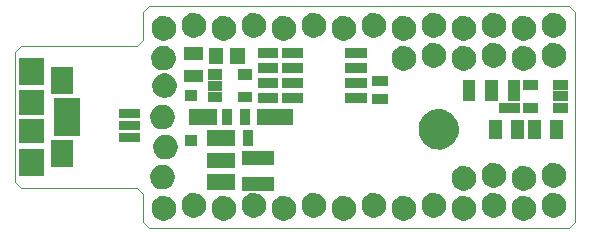
<source format=gbs>
G04 (created by PCBNEW (2013-07-14 BZR 4242)-stable) date Thu 29 Aug 2013 05:54:54 PM CEST*
%MOIN*%
G04 Gerber Fmt 3.4, Leading zero omitted, Abs format*
%FSLAX34Y34*%
G01*
G70*
G90*
G04 APERTURE LIST*
%ADD10C,0.005906*%
%ADD11C,0.003900*%
%ADD12C,0.003921*%
G04 APERTURE END LIST*
G54D10*
G54D11*
X15300Y-17430D02*
X15300Y-16500D01*
X15300Y-22574D02*
X15300Y-23500D01*
X29500Y-23700D02*
X15500Y-23700D01*
X29700Y-16500D02*
X29700Y-23500D01*
X15500Y-16300D02*
X29500Y-16300D01*
X11223Y-17630D02*
X15100Y-17630D01*
X11223Y-22374D02*
X15100Y-22374D01*
X11023Y-17830D02*
X11023Y-22174D01*
G54D12*
X11223Y-22374D02*
X11023Y-22174D01*
X15300Y-22574D02*
X15100Y-22374D01*
X15500Y-23700D02*
X15300Y-23500D01*
X29700Y-23500D02*
X29500Y-23700D01*
X29500Y-16300D02*
X29700Y-16500D01*
X15300Y-16500D02*
X15500Y-16300D01*
X15100Y-17630D02*
X15300Y-17430D01*
G54D11*
X11223Y-17630D02*
X11023Y-17830D01*
G54D10*
G36*
X12008Y-18937D02*
X11180Y-18937D01*
X11180Y-18030D01*
X12008Y-18030D01*
X12008Y-18937D01*
X12008Y-18937D01*
G37*
G36*
X12008Y-19941D02*
X11180Y-19941D01*
X11180Y-19114D01*
X12008Y-19114D01*
X12008Y-19941D01*
X12008Y-19941D01*
G37*
G36*
X12008Y-20885D02*
X11180Y-20885D01*
X11180Y-20058D01*
X12008Y-20058D01*
X12008Y-20885D01*
X12008Y-20885D01*
G37*
G36*
X12008Y-21969D02*
X11180Y-21969D01*
X11180Y-21062D01*
X12008Y-21062D01*
X12008Y-21969D01*
X12008Y-21969D01*
G37*
G36*
X12953Y-19233D02*
X12243Y-19233D01*
X12243Y-18326D01*
X12953Y-18326D01*
X12953Y-19233D01*
X12953Y-19233D01*
G37*
G36*
X12953Y-21673D02*
X12243Y-21673D01*
X12243Y-20766D01*
X12953Y-20766D01*
X12953Y-21673D01*
X12953Y-21673D01*
G37*
G36*
X13188Y-20629D02*
X12322Y-20629D01*
X12322Y-20396D01*
X12322Y-20388D01*
X12322Y-20377D01*
X12322Y-20369D01*
X12322Y-20141D01*
X12322Y-20133D01*
X12322Y-20121D01*
X12322Y-20113D01*
X12322Y-19886D01*
X12322Y-19878D01*
X12322Y-19866D01*
X12322Y-19858D01*
X12322Y-19630D01*
X12322Y-19622D01*
X12322Y-19611D01*
X12322Y-19603D01*
X12322Y-19370D01*
X13188Y-19370D01*
X13188Y-19603D01*
X13188Y-19611D01*
X13188Y-19622D01*
X13188Y-19630D01*
X13188Y-19858D01*
X13188Y-19866D01*
X13188Y-19878D01*
X13188Y-19886D01*
X13188Y-20113D01*
X13188Y-20121D01*
X13188Y-20133D01*
X13188Y-20141D01*
X13188Y-20369D01*
X13188Y-20377D01*
X13188Y-20388D01*
X13188Y-20396D01*
X13188Y-20629D01*
X13188Y-20629D01*
G37*
G36*
X15201Y-20054D02*
X15001Y-20054D01*
X14993Y-20054D01*
X14870Y-20054D01*
X14863Y-20054D01*
X14856Y-20054D01*
X14849Y-20054D01*
X14726Y-20054D01*
X14718Y-20054D01*
X14518Y-20054D01*
X14518Y-19725D01*
X14718Y-19725D01*
X14726Y-19725D01*
X14849Y-19725D01*
X14856Y-19725D01*
X14863Y-19725D01*
X14870Y-19725D01*
X14993Y-19725D01*
X15001Y-19725D01*
X15201Y-19725D01*
X15201Y-20054D01*
X15201Y-20054D01*
G37*
G36*
X15201Y-20454D02*
X15001Y-20454D01*
X14993Y-20454D01*
X14870Y-20454D01*
X14863Y-20454D01*
X14856Y-20454D01*
X14849Y-20454D01*
X14726Y-20454D01*
X14718Y-20454D01*
X14518Y-20454D01*
X14518Y-20125D01*
X14718Y-20125D01*
X14726Y-20125D01*
X14849Y-20125D01*
X14856Y-20125D01*
X14863Y-20125D01*
X14870Y-20125D01*
X14993Y-20125D01*
X15001Y-20125D01*
X15201Y-20125D01*
X15201Y-20454D01*
X15201Y-20454D01*
G37*
G36*
X15201Y-20854D02*
X15001Y-20854D01*
X14993Y-20854D01*
X14870Y-20854D01*
X14863Y-20854D01*
X14856Y-20854D01*
X14849Y-20854D01*
X14726Y-20854D01*
X14718Y-20854D01*
X14518Y-20854D01*
X14518Y-20525D01*
X14718Y-20525D01*
X14726Y-20525D01*
X14849Y-20525D01*
X14856Y-20525D01*
X14863Y-20525D01*
X14870Y-20525D01*
X14993Y-20525D01*
X15001Y-20525D01*
X15201Y-20525D01*
X15201Y-20854D01*
X15201Y-20854D01*
G37*
G36*
X16359Y-19961D02*
X16358Y-20050D01*
X16340Y-20131D01*
X16308Y-20202D01*
X16260Y-20269D01*
X16204Y-20323D01*
X16134Y-20367D01*
X16062Y-20395D01*
X15980Y-20410D01*
X15902Y-20408D01*
X15821Y-20390D01*
X15750Y-20359D01*
X15682Y-20312D01*
X15628Y-20256D01*
X15583Y-20186D01*
X15554Y-20114D01*
X15539Y-20032D01*
X15540Y-19955D01*
X15558Y-19873D01*
X15588Y-19803D01*
X15635Y-19734D01*
X15690Y-19680D01*
X15760Y-19634D01*
X15832Y-19605D01*
X15914Y-19590D01*
X15991Y-19590D01*
X16073Y-19607D01*
X16144Y-19637D01*
X16213Y-19684D01*
X16267Y-19738D01*
X16314Y-19808D01*
X16343Y-19879D01*
X16359Y-19961D01*
X16359Y-19961D01*
G37*
G36*
X16359Y-21961D02*
X16358Y-22050D01*
X16340Y-22131D01*
X16308Y-22202D01*
X16260Y-22269D01*
X16204Y-22323D01*
X16134Y-22367D01*
X16062Y-22395D01*
X15980Y-22410D01*
X15902Y-22408D01*
X15821Y-22390D01*
X15750Y-22359D01*
X15682Y-22312D01*
X15628Y-22256D01*
X15583Y-22186D01*
X15554Y-22114D01*
X15539Y-22032D01*
X15540Y-21955D01*
X15558Y-21873D01*
X15588Y-21803D01*
X15635Y-21734D01*
X15690Y-21680D01*
X15760Y-21634D01*
X15832Y-21605D01*
X15914Y-21590D01*
X15991Y-21590D01*
X16073Y-21607D01*
X16144Y-21637D01*
X16213Y-21684D01*
X16267Y-21738D01*
X16314Y-21808D01*
X16343Y-21879D01*
X16359Y-21961D01*
X16359Y-21961D01*
G37*
G36*
X16394Y-18001D02*
X16393Y-18090D01*
X16375Y-18171D01*
X16343Y-18242D01*
X16295Y-18309D01*
X16239Y-18363D01*
X16169Y-18407D01*
X16097Y-18435D01*
X16015Y-18450D01*
X15937Y-18448D01*
X15856Y-18430D01*
X15785Y-18399D01*
X15717Y-18352D01*
X15663Y-18296D01*
X15618Y-18226D01*
X15589Y-18154D01*
X15574Y-18072D01*
X15575Y-17995D01*
X15593Y-17913D01*
X15623Y-17843D01*
X15670Y-17774D01*
X15725Y-17720D01*
X15795Y-17674D01*
X15867Y-17645D01*
X15949Y-17630D01*
X16026Y-17630D01*
X16108Y-17647D01*
X16179Y-17677D01*
X16248Y-17724D01*
X16302Y-17778D01*
X16349Y-17848D01*
X16378Y-17919D01*
X16394Y-18001D01*
X16394Y-18001D01*
G37*
G36*
X16409Y-17011D02*
X16408Y-17100D01*
X16390Y-17181D01*
X16358Y-17252D01*
X16310Y-17319D01*
X16254Y-17373D01*
X16184Y-17417D01*
X16112Y-17445D01*
X16030Y-17460D01*
X15952Y-17458D01*
X15871Y-17440D01*
X15800Y-17409D01*
X15732Y-17362D01*
X15678Y-17306D01*
X15633Y-17236D01*
X15604Y-17164D01*
X15589Y-17082D01*
X15590Y-17005D01*
X15608Y-16923D01*
X15638Y-16853D01*
X15685Y-16784D01*
X15740Y-16730D01*
X15810Y-16684D01*
X15882Y-16655D01*
X15964Y-16640D01*
X16041Y-16640D01*
X16123Y-16657D01*
X16194Y-16687D01*
X16263Y-16734D01*
X16317Y-16788D01*
X16364Y-16858D01*
X16393Y-16929D01*
X16409Y-17011D01*
X16409Y-17011D01*
G37*
G36*
X16409Y-23011D02*
X16408Y-23100D01*
X16390Y-23181D01*
X16358Y-23252D01*
X16310Y-23319D01*
X16254Y-23373D01*
X16184Y-23417D01*
X16112Y-23445D01*
X16030Y-23460D01*
X15952Y-23458D01*
X15871Y-23440D01*
X15800Y-23409D01*
X15732Y-23362D01*
X15678Y-23306D01*
X15633Y-23236D01*
X15604Y-23164D01*
X15589Y-23082D01*
X15590Y-23005D01*
X15608Y-22923D01*
X15638Y-22853D01*
X15685Y-22784D01*
X15740Y-22730D01*
X15810Y-22684D01*
X15882Y-22655D01*
X15964Y-22640D01*
X16041Y-22640D01*
X16123Y-22657D01*
X16194Y-22687D01*
X16263Y-22734D01*
X16317Y-22788D01*
X16364Y-22858D01*
X16393Y-22929D01*
X16409Y-23011D01*
X16409Y-23011D01*
G37*
G36*
X16424Y-18921D02*
X16423Y-19010D01*
X16405Y-19091D01*
X16373Y-19162D01*
X16325Y-19229D01*
X16269Y-19283D01*
X16199Y-19327D01*
X16127Y-19355D01*
X16045Y-19370D01*
X15967Y-19368D01*
X15886Y-19350D01*
X15815Y-19319D01*
X15747Y-19272D01*
X15693Y-19216D01*
X15648Y-19146D01*
X15619Y-19074D01*
X15604Y-18992D01*
X15605Y-18915D01*
X15623Y-18833D01*
X15653Y-18763D01*
X15700Y-18694D01*
X15755Y-18640D01*
X15825Y-18594D01*
X15897Y-18565D01*
X15979Y-18550D01*
X16056Y-18550D01*
X16138Y-18567D01*
X16209Y-18597D01*
X16278Y-18644D01*
X16332Y-18698D01*
X16379Y-18768D01*
X16408Y-18839D01*
X16424Y-18921D01*
X16424Y-18921D01*
G37*
G36*
X16459Y-20961D02*
X16458Y-21050D01*
X16440Y-21131D01*
X16408Y-21202D01*
X16360Y-21269D01*
X16304Y-21323D01*
X16234Y-21367D01*
X16162Y-21395D01*
X16080Y-21410D01*
X16002Y-21408D01*
X15921Y-21390D01*
X15850Y-21359D01*
X15782Y-21312D01*
X15728Y-21256D01*
X15683Y-21186D01*
X15654Y-21114D01*
X15639Y-21032D01*
X15640Y-20955D01*
X15658Y-20873D01*
X15688Y-20803D01*
X15735Y-20734D01*
X15790Y-20680D01*
X15860Y-20634D01*
X15932Y-20605D01*
X16014Y-20590D01*
X16091Y-20590D01*
X16173Y-20607D01*
X16244Y-20637D01*
X16313Y-20684D01*
X16367Y-20738D01*
X16414Y-20808D01*
X16443Y-20879D01*
X16459Y-20961D01*
X16459Y-20961D01*
G37*
G36*
X17089Y-19489D02*
X16710Y-19489D01*
X16710Y-19110D01*
X17089Y-19110D01*
X17089Y-19489D01*
X17089Y-19489D01*
G37*
G36*
X17089Y-20989D02*
X16710Y-20989D01*
X16710Y-20610D01*
X17089Y-20610D01*
X17089Y-20989D01*
X17089Y-20989D01*
G37*
G36*
X17310Y-18105D02*
X16681Y-18105D01*
X16681Y-17675D01*
X17310Y-17675D01*
X17310Y-18105D01*
X17310Y-18105D01*
G37*
G36*
X17310Y-18855D02*
X16681Y-18855D01*
X16681Y-18425D01*
X17310Y-18425D01*
X17310Y-18855D01*
X17310Y-18855D01*
G37*
G36*
X17409Y-16911D02*
X17408Y-17000D01*
X17390Y-17081D01*
X17358Y-17152D01*
X17310Y-17219D01*
X17254Y-17273D01*
X17184Y-17317D01*
X17112Y-17345D01*
X17030Y-17360D01*
X16952Y-17358D01*
X16871Y-17340D01*
X16800Y-17309D01*
X16732Y-17262D01*
X16678Y-17206D01*
X16633Y-17136D01*
X16604Y-17064D01*
X16589Y-16982D01*
X16590Y-16905D01*
X16608Y-16823D01*
X16638Y-16753D01*
X16685Y-16684D01*
X16740Y-16630D01*
X16810Y-16584D01*
X16882Y-16555D01*
X16964Y-16540D01*
X17041Y-16540D01*
X17123Y-16557D01*
X17194Y-16587D01*
X17263Y-16634D01*
X17317Y-16688D01*
X17364Y-16758D01*
X17393Y-16829D01*
X17409Y-16911D01*
X17409Y-16911D01*
G37*
G36*
X17409Y-22911D02*
X17408Y-23000D01*
X17390Y-23081D01*
X17358Y-23152D01*
X17310Y-23219D01*
X17254Y-23273D01*
X17184Y-23317D01*
X17112Y-23345D01*
X17030Y-23360D01*
X16952Y-23358D01*
X16871Y-23340D01*
X16800Y-23309D01*
X16732Y-23262D01*
X16678Y-23206D01*
X16633Y-23136D01*
X16604Y-23064D01*
X16589Y-22982D01*
X16590Y-22905D01*
X16608Y-22823D01*
X16638Y-22753D01*
X16685Y-22684D01*
X16740Y-22630D01*
X16810Y-22584D01*
X16882Y-22555D01*
X16964Y-22540D01*
X17041Y-22540D01*
X17123Y-22557D01*
X17194Y-22587D01*
X17263Y-22634D01*
X17317Y-22688D01*
X17364Y-22758D01*
X17393Y-22829D01*
X17409Y-22911D01*
X17409Y-22911D01*
G37*
G36*
X17764Y-20264D02*
X17539Y-20264D01*
X17532Y-20264D01*
X17419Y-20264D01*
X17412Y-20264D01*
X17187Y-20264D01*
X17180Y-20264D01*
X17067Y-20264D01*
X17060Y-20264D01*
X16835Y-20264D01*
X16835Y-19735D01*
X17060Y-19735D01*
X17067Y-19735D01*
X17180Y-19735D01*
X17187Y-19735D01*
X17412Y-19735D01*
X17419Y-19735D01*
X17532Y-19735D01*
X17539Y-19735D01*
X17764Y-19735D01*
X17764Y-20264D01*
X17764Y-20264D01*
G37*
G36*
X17932Y-18758D02*
X17459Y-18758D01*
X17459Y-18422D01*
X17932Y-18422D01*
X17932Y-18758D01*
X17932Y-18758D01*
G37*
G36*
X17932Y-19133D02*
X17459Y-19133D01*
X17459Y-18797D01*
X17932Y-18797D01*
X17932Y-19133D01*
X17932Y-19133D01*
G37*
G36*
X17932Y-19508D02*
X17459Y-19508D01*
X17459Y-19172D01*
X17932Y-19172D01*
X17932Y-19508D01*
X17932Y-19508D01*
G37*
G36*
X17978Y-18230D02*
X17505Y-18230D01*
X17505Y-17700D01*
X17978Y-17700D01*
X17978Y-18230D01*
X17978Y-18230D01*
G37*
G36*
X18264Y-20264D02*
X17935Y-20264D01*
X17935Y-19735D01*
X18264Y-19735D01*
X18264Y-20264D01*
X18264Y-20264D01*
G37*
G36*
X18364Y-20964D02*
X18139Y-20964D01*
X18132Y-20964D01*
X18019Y-20964D01*
X18012Y-20964D01*
X17787Y-20964D01*
X17780Y-20964D01*
X17667Y-20964D01*
X17660Y-20964D01*
X17435Y-20964D01*
X17435Y-20435D01*
X17660Y-20435D01*
X17667Y-20435D01*
X17780Y-20435D01*
X17787Y-20435D01*
X18012Y-20435D01*
X18019Y-20435D01*
X18132Y-20435D01*
X18139Y-20435D01*
X18364Y-20435D01*
X18364Y-20964D01*
X18364Y-20964D01*
G37*
G36*
X18378Y-21721D02*
X18153Y-21721D01*
X18145Y-21721D01*
X18033Y-21721D01*
X18025Y-21721D01*
X17801Y-21721D01*
X17793Y-21721D01*
X17681Y-21721D01*
X17673Y-21721D01*
X17448Y-21721D01*
X17448Y-21191D01*
X17673Y-21191D01*
X17681Y-21191D01*
X17793Y-21191D01*
X17801Y-21191D01*
X18025Y-21191D01*
X18033Y-21191D01*
X18145Y-21191D01*
X18153Y-21191D01*
X18378Y-21191D01*
X18378Y-21721D01*
X18378Y-21721D01*
G37*
G36*
X18378Y-22430D02*
X18153Y-22430D01*
X18145Y-22430D01*
X18033Y-22430D01*
X18025Y-22430D01*
X17801Y-22430D01*
X17793Y-22430D01*
X17681Y-22430D01*
X17673Y-22430D01*
X17448Y-22430D01*
X17448Y-21900D01*
X17673Y-21900D01*
X17681Y-21900D01*
X17793Y-21900D01*
X17801Y-21900D01*
X18025Y-21900D01*
X18033Y-21900D01*
X18145Y-21900D01*
X18153Y-21900D01*
X18378Y-21900D01*
X18378Y-22430D01*
X18378Y-22430D01*
G37*
G36*
X18409Y-17011D02*
X18408Y-17100D01*
X18390Y-17181D01*
X18358Y-17252D01*
X18310Y-17319D01*
X18254Y-17373D01*
X18184Y-17417D01*
X18112Y-17445D01*
X18030Y-17460D01*
X17952Y-17458D01*
X17871Y-17440D01*
X17800Y-17409D01*
X17732Y-17362D01*
X17678Y-17306D01*
X17633Y-17236D01*
X17604Y-17164D01*
X17589Y-17082D01*
X17590Y-17005D01*
X17608Y-16923D01*
X17638Y-16853D01*
X17685Y-16784D01*
X17740Y-16730D01*
X17810Y-16684D01*
X17882Y-16655D01*
X17964Y-16640D01*
X18041Y-16640D01*
X18123Y-16657D01*
X18194Y-16687D01*
X18263Y-16734D01*
X18317Y-16788D01*
X18364Y-16858D01*
X18393Y-16929D01*
X18409Y-17011D01*
X18409Y-17011D01*
G37*
G36*
X18409Y-23011D02*
X18408Y-23100D01*
X18390Y-23181D01*
X18358Y-23252D01*
X18310Y-23319D01*
X18254Y-23373D01*
X18184Y-23417D01*
X18112Y-23445D01*
X18030Y-23460D01*
X17952Y-23458D01*
X17871Y-23440D01*
X17800Y-23409D01*
X17732Y-23362D01*
X17678Y-23306D01*
X17633Y-23236D01*
X17604Y-23164D01*
X17589Y-23082D01*
X17590Y-23005D01*
X17608Y-22923D01*
X17638Y-22853D01*
X17685Y-22784D01*
X17740Y-22730D01*
X17810Y-22684D01*
X17882Y-22655D01*
X17964Y-22640D01*
X18041Y-22640D01*
X18123Y-22657D01*
X18194Y-22687D01*
X18263Y-22734D01*
X18317Y-22788D01*
X18364Y-22858D01*
X18393Y-22929D01*
X18409Y-23011D01*
X18409Y-23011D01*
G37*
G36*
X18686Y-18230D02*
X18213Y-18230D01*
X18213Y-17700D01*
X18686Y-17700D01*
X18686Y-18230D01*
X18686Y-18230D01*
G37*
G36*
X18864Y-20264D02*
X18535Y-20264D01*
X18535Y-19735D01*
X18864Y-19735D01*
X18864Y-20264D01*
X18864Y-20264D01*
G37*
G36*
X18932Y-18758D02*
X18459Y-18758D01*
X18459Y-18422D01*
X18932Y-18422D01*
X18932Y-18758D01*
X18932Y-18758D01*
G37*
G36*
X18932Y-19508D02*
X18459Y-19508D01*
X18459Y-19172D01*
X18932Y-19172D01*
X18932Y-19508D01*
X18932Y-19508D01*
G37*
G36*
X18964Y-20964D02*
X18635Y-20964D01*
X18635Y-20435D01*
X18964Y-20435D01*
X18964Y-20964D01*
X18964Y-20964D01*
G37*
G36*
X19409Y-16911D02*
X19408Y-17000D01*
X19390Y-17081D01*
X19358Y-17152D01*
X19310Y-17219D01*
X19254Y-17273D01*
X19184Y-17317D01*
X19112Y-17345D01*
X19030Y-17360D01*
X18952Y-17358D01*
X18871Y-17340D01*
X18800Y-17309D01*
X18732Y-17262D01*
X18678Y-17206D01*
X18633Y-17136D01*
X18604Y-17064D01*
X18589Y-16982D01*
X18590Y-16905D01*
X18608Y-16823D01*
X18638Y-16753D01*
X18685Y-16684D01*
X18740Y-16630D01*
X18810Y-16584D01*
X18882Y-16555D01*
X18964Y-16540D01*
X19041Y-16540D01*
X19123Y-16557D01*
X19194Y-16587D01*
X19263Y-16634D01*
X19317Y-16688D01*
X19364Y-16758D01*
X19393Y-16829D01*
X19409Y-16911D01*
X19409Y-16911D01*
G37*
G36*
X19409Y-22911D02*
X19408Y-23000D01*
X19390Y-23081D01*
X19358Y-23152D01*
X19310Y-23219D01*
X19254Y-23273D01*
X19184Y-23317D01*
X19112Y-23345D01*
X19030Y-23360D01*
X18952Y-23358D01*
X18871Y-23340D01*
X18800Y-23309D01*
X18732Y-23262D01*
X18678Y-23206D01*
X18633Y-23136D01*
X18604Y-23064D01*
X18589Y-22982D01*
X18590Y-22905D01*
X18608Y-22823D01*
X18638Y-22753D01*
X18685Y-22684D01*
X18740Y-22630D01*
X18810Y-22584D01*
X18882Y-22555D01*
X18964Y-22540D01*
X19041Y-22540D01*
X19123Y-22557D01*
X19194Y-22587D01*
X19263Y-22634D01*
X19317Y-22688D01*
X19364Y-22758D01*
X19393Y-22829D01*
X19409Y-22911D01*
X19409Y-22911D01*
G37*
G36*
X19675Y-21614D02*
X18611Y-21614D01*
X18611Y-21141D01*
X19675Y-21141D01*
X19675Y-21614D01*
X19675Y-21614D01*
G37*
G36*
X19675Y-22480D02*
X18611Y-22480D01*
X18611Y-22007D01*
X19675Y-22007D01*
X19675Y-22480D01*
X19675Y-22480D01*
G37*
G36*
X19795Y-18026D02*
X19133Y-18026D01*
X19133Y-17717D01*
X19795Y-17717D01*
X19795Y-18026D01*
X19795Y-18026D01*
G37*
G36*
X19795Y-18526D02*
X19133Y-18526D01*
X19133Y-18217D01*
X19795Y-18217D01*
X19795Y-18526D01*
X19795Y-18526D01*
G37*
G36*
X19795Y-19026D02*
X19133Y-19026D01*
X19133Y-18717D01*
X19795Y-18717D01*
X19795Y-19026D01*
X19795Y-19026D01*
G37*
G36*
X19795Y-19526D02*
X19133Y-19526D01*
X19133Y-19217D01*
X19795Y-19217D01*
X19795Y-19526D01*
X19795Y-19526D01*
G37*
G36*
X20290Y-20264D02*
X19959Y-20264D01*
X19952Y-20264D01*
X19801Y-20264D01*
X19794Y-20264D01*
X19605Y-20264D01*
X19598Y-20264D01*
X19447Y-20264D01*
X19440Y-20264D01*
X19109Y-20264D01*
X19109Y-19735D01*
X19440Y-19735D01*
X19447Y-19735D01*
X19598Y-19735D01*
X19605Y-19735D01*
X19794Y-19735D01*
X19801Y-19735D01*
X19952Y-19735D01*
X19959Y-19735D01*
X20290Y-19735D01*
X20290Y-20264D01*
X20290Y-20264D01*
G37*
G36*
X20409Y-17011D02*
X20408Y-17100D01*
X20390Y-17181D01*
X20358Y-17252D01*
X20310Y-17319D01*
X20254Y-17373D01*
X20184Y-17417D01*
X20112Y-17445D01*
X20030Y-17460D01*
X19952Y-17458D01*
X19871Y-17440D01*
X19800Y-17409D01*
X19732Y-17362D01*
X19678Y-17306D01*
X19633Y-17236D01*
X19604Y-17164D01*
X19589Y-17082D01*
X19590Y-17005D01*
X19608Y-16923D01*
X19638Y-16853D01*
X19685Y-16784D01*
X19740Y-16730D01*
X19810Y-16684D01*
X19882Y-16655D01*
X19964Y-16640D01*
X20041Y-16640D01*
X20123Y-16657D01*
X20194Y-16687D01*
X20263Y-16734D01*
X20317Y-16788D01*
X20364Y-16858D01*
X20393Y-16929D01*
X20409Y-17011D01*
X20409Y-17011D01*
G37*
G36*
X20409Y-23011D02*
X20408Y-23100D01*
X20390Y-23181D01*
X20358Y-23252D01*
X20310Y-23319D01*
X20254Y-23373D01*
X20184Y-23417D01*
X20112Y-23445D01*
X20030Y-23460D01*
X19952Y-23458D01*
X19871Y-23440D01*
X19800Y-23409D01*
X19732Y-23362D01*
X19678Y-23306D01*
X19633Y-23236D01*
X19604Y-23164D01*
X19589Y-23082D01*
X19590Y-23005D01*
X19608Y-22923D01*
X19638Y-22853D01*
X19685Y-22784D01*
X19740Y-22730D01*
X19810Y-22684D01*
X19882Y-22655D01*
X19964Y-22640D01*
X20041Y-22640D01*
X20123Y-22657D01*
X20194Y-22687D01*
X20263Y-22734D01*
X20317Y-22788D01*
X20364Y-22858D01*
X20393Y-22929D01*
X20409Y-23011D01*
X20409Y-23011D01*
G37*
G36*
X20630Y-18031D02*
X19920Y-18031D01*
X19920Y-17712D01*
X20630Y-17712D01*
X20630Y-18031D01*
X20630Y-18031D01*
G37*
G36*
X20630Y-18531D02*
X19920Y-18531D01*
X19920Y-18212D01*
X20630Y-18212D01*
X20630Y-18531D01*
X20630Y-18531D01*
G37*
G36*
X20630Y-19031D02*
X19920Y-19031D01*
X19920Y-18712D01*
X20630Y-18712D01*
X20630Y-19031D01*
X20630Y-19031D01*
G37*
G36*
X20630Y-19531D02*
X19920Y-19531D01*
X19920Y-19212D01*
X20630Y-19212D01*
X20630Y-19531D01*
X20630Y-19531D01*
G37*
G36*
X21409Y-16911D02*
X21408Y-17000D01*
X21390Y-17081D01*
X21358Y-17152D01*
X21310Y-17219D01*
X21254Y-17273D01*
X21184Y-17317D01*
X21112Y-17345D01*
X21030Y-17360D01*
X20952Y-17358D01*
X20871Y-17340D01*
X20800Y-17309D01*
X20732Y-17262D01*
X20678Y-17206D01*
X20633Y-17136D01*
X20604Y-17064D01*
X20589Y-16982D01*
X20590Y-16905D01*
X20608Y-16823D01*
X20638Y-16753D01*
X20685Y-16684D01*
X20740Y-16630D01*
X20810Y-16584D01*
X20882Y-16555D01*
X20964Y-16540D01*
X21041Y-16540D01*
X21123Y-16557D01*
X21194Y-16587D01*
X21263Y-16634D01*
X21317Y-16688D01*
X21364Y-16758D01*
X21393Y-16829D01*
X21409Y-16911D01*
X21409Y-16911D01*
G37*
G36*
X21409Y-22911D02*
X21408Y-23000D01*
X21390Y-23081D01*
X21358Y-23152D01*
X21310Y-23219D01*
X21254Y-23273D01*
X21184Y-23317D01*
X21112Y-23345D01*
X21030Y-23360D01*
X20952Y-23358D01*
X20871Y-23340D01*
X20800Y-23309D01*
X20732Y-23262D01*
X20678Y-23206D01*
X20633Y-23136D01*
X20604Y-23064D01*
X20589Y-22982D01*
X20590Y-22905D01*
X20608Y-22823D01*
X20638Y-22753D01*
X20685Y-22684D01*
X20740Y-22630D01*
X20810Y-22584D01*
X20882Y-22555D01*
X20964Y-22540D01*
X21041Y-22540D01*
X21123Y-22557D01*
X21194Y-22587D01*
X21263Y-22634D01*
X21317Y-22688D01*
X21364Y-22758D01*
X21393Y-22829D01*
X21409Y-22911D01*
X21409Y-22911D01*
G37*
G36*
X22409Y-17011D02*
X22408Y-17100D01*
X22390Y-17181D01*
X22358Y-17252D01*
X22310Y-17319D01*
X22254Y-17373D01*
X22184Y-17417D01*
X22112Y-17445D01*
X22030Y-17460D01*
X21952Y-17458D01*
X21871Y-17440D01*
X21800Y-17409D01*
X21732Y-17362D01*
X21678Y-17306D01*
X21633Y-17236D01*
X21604Y-17164D01*
X21589Y-17082D01*
X21590Y-17005D01*
X21608Y-16923D01*
X21638Y-16853D01*
X21685Y-16784D01*
X21740Y-16730D01*
X21810Y-16684D01*
X21882Y-16655D01*
X21964Y-16640D01*
X22041Y-16640D01*
X22123Y-16657D01*
X22194Y-16687D01*
X22263Y-16734D01*
X22317Y-16788D01*
X22364Y-16858D01*
X22393Y-16929D01*
X22409Y-17011D01*
X22409Y-17011D01*
G37*
G36*
X22409Y-23011D02*
X22408Y-23100D01*
X22390Y-23181D01*
X22358Y-23252D01*
X22310Y-23319D01*
X22254Y-23373D01*
X22184Y-23417D01*
X22112Y-23445D01*
X22030Y-23460D01*
X21952Y-23458D01*
X21871Y-23440D01*
X21800Y-23409D01*
X21732Y-23362D01*
X21678Y-23306D01*
X21633Y-23236D01*
X21604Y-23164D01*
X21589Y-23082D01*
X21590Y-23005D01*
X21608Y-22923D01*
X21638Y-22853D01*
X21685Y-22784D01*
X21740Y-22730D01*
X21810Y-22684D01*
X21882Y-22655D01*
X21964Y-22640D01*
X22041Y-22640D01*
X22123Y-22657D01*
X22194Y-22687D01*
X22263Y-22734D01*
X22317Y-22788D01*
X22364Y-22858D01*
X22393Y-22929D01*
X22409Y-23011D01*
X22409Y-23011D01*
G37*
G36*
X22756Y-18031D02*
X22046Y-18031D01*
X22046Y-17712D01*
X22756Y-17712D01*
X22756Y-18031D01*
X22756Y-18031D01*
G37*
G36*
X22756Y-18531D02*
X22046Y-18531D01*
X22046Y-18212D01*
X22756Y-18212D01*
X22756Y-18531D01*
X22756Y-18531D01*
G37*
G36*
X22756Y-19031D02*
X22046Y-19031D01*
X22046Y-18712D01*
X22756Y-18712D01*
X22756Y-19031D01*
X22756Y-19031D01*
G37*
G36*
X22756Y-19531D02*
X22046Y-19531D01*
X22046Y-19212D01*
X22756Y-19212D01*
X22756Y-19531D01*
X22756Y-19531D01*
G37*
G36*
X23409Y-16911D02*
X23408Y-17000D01*
X23390Y-17081D01*
X23358Y-17152D01*
X23310Y-17219D01*
X23254Y-17273D01*
X23184Y-17317D01*
X23112Y-17345D01*
X23030Y-17360D01*
X22952Y-17358D01*
X22871Y-17340D01*
X22800Y-17309D01*
X22732Y-17262D01*
X22678Y-17206D01*
X22633Y-17136D01*
X22604Y-17064D01*
X22589Y-16982D01*
X22590Y-16905D01*
X22608Y-16823D01*
X22638Y-16753D01*
X22685Y-16684D01*
X22740Y-16630D01*
X22810Y-16584D01*
X22882Y-16555D01*
X22964Y-16540D01*
X23041Y-16540D01*
X23123Y-16557D01*
X23194Y-16587D01*
X23263Y-16634D01*
X23317Y-16688D01*
X23364Y-16758D01*
X23393Y-16829D01*
X23409Y-16911D01*
X23409Y-16911D01*
G37*
G36*
X23409Y-22911D02*
X23408Y-23000D01*
X23390Y-23081D01*
X23358Y-23152D01*
X23310Y-23219D01*
X23254Y-23273D01*
X23184Y-23317D01*
X23112Y-23345D01*
X23030Y-23360D01*
X22952Y-23358D01*
X22871Y-23340D01*
X22800Y-23309D01*
X22732Y-23262D01*
X22678Y-23206D01*
X22633Y-23136D01*
X22604Y-23064D01*
X22589Y-22982D01*
X22590Y-22905D01*
X22608Y-22823D01*
X22638Y-22753D01*
X22685Y-22684D01*
X22740Y-22630D01*
X22810Y-22584D01*
X22882Y-22555D01*
X22964Y-22540D01*
X23041Y-22540D01*
X23123Y-22557D01*
X23194Y-22587D01*
X23263Y-22634D01*
X23317Y-22688D01*
X23364Y-22758D01*
X23393Y-22829D01*
X23409Y-22911D01*
X23409Y-22911D01*
G37*
G36*
X23453Y-18959D02*
X22924Y-18959D01*
X22924Y-18629D01*
X23453Y-18629D01*
X23453Y-18959D01*
X23453Y-18959D01*
G37*
G36*
X23453Y-19559D02*
X22924Y-19559D01*
X22924Y-19229D01*
X23453Y-19229D01*
X23453Y-19559D01*
X23453Y-19559D01*
G37*
G36*
X24409Y-17011D02*
X24408Y-17100D01*
X24390Y-17181D01*
X24358Y-17252D01*
X24310Y-17319D01*
X24254Y-17373D01*
X24184Y-17417D01*
X24112Y-17445D01*
X24030Y-17460D01*
X23952Y-17458D01*
X23871Y-17440D01*
X23800Y-17409D01*
X23732Y-17362D01*
X23678Y-17306D01*
X23633Y-17236D01*
X23604Y-17164D01*
X23589Y-17082D01*
X23590Y-17005D01*
X23608Y-16923D01*
X23638Y-16853D01*
X23685Y-16784D01*
X23740Y-16730D01*
X23810Y-16684D01*
X23882Y-16655D01*
X23964Y-16640D01*
X24041Y-16640D01*
X24123Y-16657D01*
X24194Y-16687D01*
X24263Y-16734D01*
X24317Y-16788D01*
X24364Y-16858D01*
X24393Y-16929D01*
X24409Y-17011D01*
X24409Y-17011D01*
G37*
G36*
X24409Y-18011D02*
X24408Y-18100D01*
X24390Y-18181D01*
X24358Y-18252D01*
X24310Y-18319D01*
X24254Y-18373D01*
X24184Y-18417D01*
X24112Y-18445D01*
X24030Y-18460D01*
X23952Y-18458D01*
X23871Y-18440D01*
X23800Y-18409D01*
X23732Y-18362D01*
X23678Y-18306D01*
X23633Y-18236D01*
X23604Y-18164D01*
X23589Y-18082D01*
X23590Y-18005D01*
X23608Y-17923D01*
X23638Y-17853D01*
X23685Y-17784D01*
X23740Y-17730D01*
X23810Y-17684D01*
X23882Y-17655D01*
X23964Y-17640D01*
X24041Y-17640D01*
X24123Y-17657D01*
X24194Y-17687D01*
X24263Y-17734D01*
X24317Y-17788D01*
X24364Y-17858D01*
X24393Y-17929D01*
X24409Y-18011D01*
X24409Y-18011D01*
G37*
G36*
X24409Y-23011D02*
X24408Y-23100D01*
X24390Y-23181D01*
X24358Y-23252D01*
X24310Y-23319D01*
X24254Y-23373D01*
X24184Y-23417D01*
X24112Y-23445D01*
X24030Y-23460D01*
X23952Y-23458D01*
X23871Y-23440D01*
X23800Y-23409D01*
X23732Y-23362D01*
X23678Y-23306D01*
X23633Y-23236D01*
X23604Y-23164D01*
X23589Y-23082D01*
X23590Y-23005D01*
X23608Y-22923D01*
X23638Y-22853D01*
X23685Y-22784D01*
X23740Y-22730D01*
X23810Y-22684D01*
X23882Y-22655D01*
X23964Y-22640D01*
X24041Y-22640D01*
X24123Y-22657D01*
X24194Y-22687D01*
X24263Y-22734D01*
X24317Y-22788D01*
X24364Y-22858D01*
X24393Y-22929D01*
X24409Y-23011D01*
X24409Y-23011D01*
G37*
G36*
X25409Y-16911D02*
X25408Y-17000D01*
X25390Y-17081D01*
X25358Y-17152D01*
X25310Y-17219D01*
X25254Y-17273D01*
X25184Y-17317D01*
X25112Y-17345D01*
X25030Y-17360D01*
X24952Y-17358D01*
X24871Y-17340D01*
X24800Y-17309D01*
X24732Y-17262D01*
X24678Y-17206D01*
X24633Y-17136D01*
X24604Y-17064D01*
X24589Y-16982D01*
X24590Y-16905D01*
X24608Y-16823D01*
X24638Y-16753D01*
X24685Y-16684D01*
X24740Y-16630D01*
X24810Y-16584D01*
X24882Y-16555D01*
X24964Y-16540D01*
X25041Y-16540D01*
X25123Y-16557D01*
X25194Y-16587D01*
X25263Y-16634D01*
X25317Y-16688D01*
X25364Y-16758D01*
X25393Y-16829D01*
X25409Y-16911D01*
X25409Y-16911D01*
G37*
G36*
X25409Y-17911D02*
X25408Y-18000D01*
X25390Y-18081D01*
X25358Y-18152D01*
X25310Y-18219D01*
X25254Y-18273D01*
X25184Y-18317D01*
X25112Y-18345D01*
X25030Y-18360D01*
X24952Y-18358D01*
X24871Y-18340D01*
X24800Y-18309D01*
X24732Y-18262D01*
X24678Y-18206D01*
X24633Y-18136D01*
X24604Y-18064D01*
X24589Y-17982D01*
X24590Y-17905D01*
X24608Y-17823D01*
X24638Y-17753D01*
X24685Y-17684D01*
X24740Y-17630D01*
X24810Y-17584D01*
X24882Y-17555D01*
X24964Y-17540D01*
X25041Y-17540D01*
X25123Y-17557D01*
X25194Y-17587D01*
X25263Y-17634D01*
X25317Y-17688D01*
X25364Y-17758D01*
X25393Y-17829D01*
X25409Y-17911D01*
X25409Y-17911D01*
G37*
G36*
X25409Y-22911D02*
X25408Y-23000D01*
X25390Y-23081D01*
X25358Y-23152D01*
X25310Y-23219D01*
X25254Y-23273D01*
X25184Y-23317D01*
X25112Y-23345D01*
X25030Y-23360D01*
X24952Y-23358D01*
X24871Y-23340D01*
X24800Y-23309D01*
X24732Y-23262D01*
X24678Y-23206D01*
X24633Y-23136D01*
X24604Y-23064D01*
X24589Y-22982D01*
X24590Y-22905D01*
X24608Y-22823D01*
X24638Y-22753D01*
X24685Y-22684D01*
X24740Y-22630D01*
X24810Y-22584D01*
X24882Y-22555D01*
X24964Y-22540D01*
X25041Y-22540D01*
X25123Y-22557D01*
X25194Y-22587D01*
X25263Y-22634D01*
X25317Y-22688D01*
X25364Y-22758D01*
X25393Y-22829D01*
X25409Y-22911D01*
X25409Y-22911D01*
G37*
G36*
X25831Y-20355D02*
X25829Y-20503D01*
X25799Y-20634D01*
X25747Y-20751D01*
X25669Y-20861D01*
X25576Y-20950D01*
X25462Y-21022D01*
X25342Y-21069D01*
X25210Y-21092D01*
X25081Y-21089D01*
X24950Y-21060D01*
X24832Y-21009D01*
X24721Y-20932D01*
X24632Y-20840D01*
X24559Y-20726D01*
X24512Y-20607D01*
X24487Y-20474D01*
X24489Y-20346D01*
X24517Y-20214D01*
X24568Y-20096D01*
X24644Y-19985D01*
X24736Y-19895D01*
X24849Y-19821D01*
X24967Y-19773D01*
X25100Y-19748D01*
X25228Y-19749D01*
X25361Y-19776D01*
X25479Y-19825D01*
X25591Y-19901D01*
X25681Y-19992D01*
X25756Y-20105D01*
X25805Y-20223D01*
X25831Y-20355D01*
X25831Y-20355D01*
G37*
G36*
X26382Y-19472D02*
X25953Y-19472D01*
X25953Y-18762D01*
X26382Y-18762D01*
X26382Y-19472D01*
X26382Y-19472D01*
G37*
G36*
X26409Y-17011D02*
X26408Y-17100D01*
X26390Y-17181D01*
X26358Y-17252D01*
X26310Y-17319D01*
X26254Y-17373D01*
X26184Y-17417D01*
X26112Y-17445D01*
X26030Y-17460D01*
X25952Y-17458D01*
X25871Y-17440D01*
X25800Y-17409D01*
X25732Y-17362D01*
X25678Y-17306D01*
X25633Y-17236D01*
X25604Y-17164D01*
X25589Y-17082D01*
X25590Y-17005D01*
X25608Y-16923D01*
X25638Y-16853D01*
X25685Y-16784D01*
X25740Y-16730D01*
X25810Y-16684D01*
X25882Y-16655D01*
X25964Y-16640D01*
X26041Y-16640D01*
X26123Y-16657D01*
X26194Y-16687D01*
X26263Y-16734D01*
X26317Y-16788D01*
X26364Y-16858D01*
X26393Y-16929D01*
X26409Y-17011D01*
X26409Y-17011D01*
G37*
G36*
X26409Y-18011D02*
X26408Y-18100D01*
X26390Y-18181D01*
X26358Y-18252D01*
X26310Y-18319D01*
X26254Y-18373D01*
X26184Y-18417D01*
X26112Y-18445D01*
X26030Y-18460D01*
X25952Y-18458D01*
X25871Y-18440D01*
X25800Y-18409D01*
X25732Y-18362D01*
X25678Y-18306D01*
X25633Y-18236D01*
X25604Y-18164D01*
X25589Y-18082D01*
X25590Y-18005D01*
X25608Y-17923D01*
X25638Y-17853D01*
X25685Y-17784D01*
X25740Y-17730D01*
X25810Y-17684D01*
X25882Y-17655D01*
X25964Y-17640D01*
X26041Y-17640D01*
X26123Y-17657D01*
X26194Y-17687D01*
X26263Y-17734D01*
X26317Y-17788D01*
X26364Y-17858D01*
X26393Y-17929D01*
X26409Y-18011D01*
X26409Y-18011D01*
G37*
G36*
X26409Y-22011D02*
X26408Y-22100D01*
X26390Y-22181D01*
X26358Y-22252D01*
X26310Y-22319D01*
X26254Y-22373D01*
X26184Y-22417D01*
X26112Y-22445D01*
X26030Y-22460D01*
X25952Y-22458D01*
X25871Y-22440D01*
X25800Y-22409D01*
X25732Y-22362D01*
X25678Y-22306D01*
X25633Y-22236D01*
X25604Y-22164D01*
X25589Y-22082D01*
X25590Y-22005D01*
X25608Y-21923D01*
X25638Y-21853D01*
X25685Y-21784D01*
X25740Y-21730D01*
X25810Y-21684D01*
X25882Y-21655D01*
X25964Y-21640D01*
X26041Y-21640D01*
X26123Y-21657D01*
X26194Y-21687D01*
X26263Y-21734D01*
X26317Y-21788D01*
X26364Y-21858D01*
X26393Y-21929D01*
X26409Y-22011D01*
X26409Y-22011D01*
G37*
G36*
X26409Y-23011D02*
X26408Y-23100D01*
X26390Y-23181D01*
X26358Y-23252D01*
X26310Y-23319D01*
X26254Y-23373D01*
X26184Y-23417D01*
X26112Y-23445D01*
X26030Y-23460D01*
X25952Y-23458D01*
X25871Y-23440D01*
X25800Y-23409D01*
X25732Y-23362D01*
X25678Y-23306D01*
X25633Y-23236D01*
X25604Y-23164D01*
X25589Y-23082D01*
X25590Y-23005D01*
X25608Y-22923D01*
X25638Y-22853D01*
X25685Y-22784D01*
X25740Y-22730D01*
X25810Y-22684D01*
X25882Y-22655D01*
X25964Y-22640D01*
X26041Y-22640D01*
X26123Y-22657D01*
X26194Y-22687D01*
X26263Y-22734D01*
X26317Y-22788D01*
X26364Y-22858D01*
X26393Y-22929D01*
X26409Y-23011D01*
X26409Y-23011D01*
G37*
G36*
X27132Y-19472D02*
X26703Y-19472D01*
X26703Y-18762D01*
X27132Y-18762D01*
X27132Y-19472D01*
X27132Y-19472D01*
G37*
G36*
X27257Y-20732D02*
X26828Y-20732D01*
X26828Y-20102D01*
X27257Y-20102D01*
X27257Y-20732D01*
X27257Y-20732D01*
G37*
G36*
X27409Y-16911D02*
X27408Y-17000D01*
X27390Y-17081D01*
X27358Y-17152D01*
X27310Y-17219D01*
X27254Y-17273D01*
X27184Y-17317D01*
X27112Y-17345D01*
X27030Y-17360D01*
X26952Y-17358D01*
X26871Y-17340D01*
X26800Y-17309D01*
X26732Y-17262D01*
X26678Y-17206D01*
X26633Y-17136D01*
X26604Y-17064D01*
X26589Y-16982D01*
X26590Y-16905D01*
X26608Y-16823D01*
X26638Y-16753D01*
X26685Y-16684D01*
X26740Y-16630D01*
X26810Y-16584D01*
X26882Y-16555D01*
X26964Y-16540D01*
X27041Y-16540D01*
X27123Y-16557D01*
X27194Y-16587D01*
X27263Y-16634D01*
X27317Y-16688D01*
X27364Y-16758D01*
X27393Y-16829D01*
X27409Y-16911D01*
X27409Y-16911D01*
G37*
G36*
X27409Y-17911D02*
X27408Y-18000D01*
X27390Y-18081D01*
X27358Y-18152D01*
X27310Y-18219D01*
X27254Y-18273D01*
X27184Y-18317D01*
X27112Y-18345D01*
X27030Y-18360D01*
X26952Y-18358D01*
X26871Y-18340D01*
X26800Y-18309D01*
X26732Y-18262D01*
X26678Y-18206D01*
X26633Y-18136D01*
X26604Y-18064D01*
X26589Y-17982D01*
X26590Y-17905D01*
X26608Y-17823D01*
X26638Y-17753D01*
X26685Y-17684D01*
X26740Y-17630D01*
X26810Y-17584D01*
X26882Y-17555D01*
X26964Y-17540D01*
X27041Y-17540D01*
X27123Y-17557D01*
X27194Y-17587D01*
X27263Y-17634D01*
X27317Y-17688D01*
X27364Y-17758D01*
X27393Y-17829D01*
X27409Y-17911D01*
X27409Y-17911D01*
G37*
G36*
X27409Y-21911D02*
X27408Y-22000D01*
X27390Y-22081D01*
X27358Y-22152D01*
X27310Y-22219D01*
X27254Y-22273D01*
X27184Y-22317D01*
X27112Y-22345D01*
X27030Y-22360D01*
X26952Y-22358D01*
X26871Y-22340D01*
X26800Y-22309D01*
X26732Y-22262D01*
X26678Y-22206D01*
X26633Y-22136D01*
X26604Y-22064D01*
X26589Y-21982D01*
X26590Y-21905D01*
X26608Y-21823D01*
X26638Y-21753D01*
X26685Y-21684D01*
X26740Y-21630D01*
X26810Y-21584D01*
X26882Y-21555D01*
X26964Y-21540D01*
X27041Y-21540D01*
X27123Y-21557D01*
X27194Y-21587D01*
X27263Y-21634D01*
X27317Y-21688D01*
X27364Y-21758D01*
X27393Y-21829D01*
X27409Y-21911D01*
X27409Y-21911D01*
G37*
G36*
X27409Y-22911D02*
X27408Y-23000D01*
X27390Y-23081D01*
X27358Y-23152D01*
X27310Y-23219D01*
X27254Y-23273D01*
X27184Y-23317D01*
X27112Y-23345D01*
X27030Y-23360D01*
X26952Y-23358D01*
X26871Y-23340D01*
X26800Y-23309D01*
X26732Y-23262D01*
X26678Y-23206D01*
X26633Y-23136D01*
X26604Y-23064D01*
X26589Y-22982D01*
X26590Y-22905D01*
X26608Y-22823D01*
X26638Y-22753D01*
X26685Y-22684D01*
X26740Y-22630D01*
X26810Y-22584D01*
X26882Y-22555D01*
X26964Y-22540D01*
X27041Y-22540D01*
X27123Y-22557D01*
X27194Y-22587D01*
X27263Y-22634D01*
X27317Y-22688D01*
X27364Y-22758D01*
X27393Y-22829D01*
X27409Y-22911D01*
X27409Y-22911D01*
G37*
G36*
X27859Y-19882D02*
X27659Y-19882D01*
X27651Y-19882D01*
X27528Y-19882D01*
X27521Y-19882D01*
X27514Y-19882D01*
X27507Y-19882D01*
X27384Y-19882D01*
X27376Y-19882D01*
X27176Y-19882D01*
X27176Y-19552D01*
X27376Y-19552D01*
X27384Y-19552D01*
X27507Y-19552D01*
X27514Y-19552D01*
X27521Y-19552D01*
X27528Y-19552D01*
X27651Y-19552D01*
X27659Y-19552D01*
X27859Y-19552D01*
X27859Y-19882D01*
X27859Y-19882D01*
G37*
G36*
X27882Y-19472D02*
X27453Y-19472D01*
X27453Y-18762D01*
X27882Y-18762D01*
X27882Y-19472D01*
X27882Y-19472D01*
G37*
G36*
X28007Y-20732D02*
X27578Y-20732D01*
X27578Y-20102D01*
X28007Y-20102D01*
X28007Y-20732D01*
X28007Y-20732D01*
G37*
G36*
X28409Y-17011D02*
X28408Y-17100D01*
X28390Y-17181D01*
X28358Y-17252D01*
X28310Y-17319D01*
X28254Y-17373D01*
X28184Y-17417D01*
X28112Y-17445D01*
X28030Y-17460D01*
X27952Y-17458D01*
X27871Y-17440D01*
X27800Y-17409D01*
X27732Y-17362D01*
X27678Y-17306D01*
X27633Y-17236D01*
X27604Y-17164D01*
X27589Y-17082D01*
X27590Y-17005D01*
X27608Y-16923D01*
X27638Y-16853D01*
X27685Y-16784D01*
X27740Y-16730D01*
X27810Y-16684D01*
X27882Y-16655D01*
X27964Y-16640D01*
X28041Y-16640D01*
X28123Y-16657D01*
X28194Y-16687D01*
X28263Y-16734D01*
X28317Y-16788D01*
X28364Y-16858D01*
X28393Y-16929D01*
X28409Y-17011D01*
X28409Y-17011D01*
G37*
G36*
X28409Y-18011D02*
X28408Y-18100D01*
X28390Y-18181D01*
X28358Y-18252D01*
X28310Y-18319D01*
X28254Y-18373D01*
X28184Y-18417D01*
X28112Y-18445D01*
X28030Y-18460D01*
X27952Y-18458D01*
X27871Y-18440D01*
X27800Y-18409D01*
X27732Y-18362D01*
X27678Y-18306D01*
X27633Y-18236D01*
X27604Y-18164D01*
X27589Y-18082D01*
X27590Y-18005D01*
X27608Y-17923D01*
X27638Y-17853D01*
X27685Y-17784D01*
X27740Y-17730D01*
X27810Y-17684D01*
X27882Y-17655D01*
X27964Y-17640D01*
X28041Y-17640D01*
X28123Y-17657D01*
X28194Y-17687D01*
X28263Y-17734D01*
X28317Y-17788D01*
X28364Y-17858D01*
X28393Y-17929D01*
X28409Y-18011D01*
X28409Y-18011D01*
G37*
G36*
X28409Y-22011D02*
X28408Y-22100D01*
X28390Y-22181D01*
X28358Y-22252D01*
X28310Y-22319D01*
X28254Y-22373D01*
X28184Y-22417D01*
X28112Y-22445D01*
X28030Y-22460D01*
X27952Y-22458D01*
X27871Y-22440D01*
X27800Y-22409D01*
X27732Y-22362D01*
X27678Y-22306D01*
X27633Y-22236D01*
X27604Y-22164D01*
X27589Y-22082D01*
X27590Y-22005D01*
X27608Y-21923D01*
X27638Y-21853D01*
X27685Y-21784D01*
X27740Y-21730D01*
X27810Y-21684D01*
X27882Y-21655D01*
X27964Y-21640D01*
X28041Y-21640D01*
X28123Y-21657D01*
X28194Y-21687D01*
X28263Y-21734D01*
X28317Y-21788D01*
X28364Y-21858D01*
X28393Y-21929D01*
X28409Y-22011D01*
X28409Y-22011D01*
G37*
G36*
X28409Y-23011D02*
X28408Y-23100D01*
X28390Y-23181D01*
X28358Y-23252D01*
X28310Y-23319D01*
X28254Y-23373D01*
X28184Y-23417D01*
X28112Y-23445D01*
X28030Y-23460D01*
X27952Y-23458D01*
X27871Y-23440D01*
X27800Y-23409D01*
X27732Y-23362D01*
X27678Y-23306D01*
X27633Y-23236D01*
X27604Y-23164D01*
X27589Y-23082D01*
X27590Y-23005D01*
X27608Y-22923D01*
X27638Y-22853D01*
X27685Y-22784D01*
X27740Y-22730D01*
X27810Y-22684D01*
X27882Y-22655D01*
X27964Y-22640D01*
X28041Y-22640D01*
X28123Y-22657D01*
X28194Y-22687D01*
X28263Y-22734D01*
X28317Y-22788D01*
X28364Y-22858D01*
X28393Y-22929D01*
X28409Y-23011D01*
X28409Y-23011D01*
G37*
G36*
X28454Y-19110D02*
X27981Y-19110D01*
X27981Y-18774D01*
X28454Y-18774D01*
X28454Y-19110D01*
X28454Y-19110D01*
G37*
G36*
X28454Y-19860D02*
X27981Y-19860D01*
X27981Y-19524D01*
X28454Y-19524D01*
X28454Y-19860D01*
X28454Y-19860D01*
G37*
G36*
X28557Y-20732D02*
X28128Y-20732D01*
X28128Y-20102D01*
X28557Y-20102D01*
X28557Y-20732D01*
X28557Y-20732D01*
G37*
G36*
X29307Y-20732D02*
X28878Y-20732D01*
X28878Y-20102D01*
X29307Y-20102D01*
X29307Y-20732D01*
X29307Y-20732D01*
G37*
G36*
X29409Y-16911D02*
X29408Y-17000D01*
X29390Y-17081D01*
X29358Y-17152D01*
X29310Y-17219D01*
X29254Y-17273D01*
X29184Y-17317D01*
X29112Y-17345D01*
X29030Y-17360D01*
X28952Y-17358D01*
X28871Y-17340D01*
X28800Y-17309D01*
X28732Y-17262D01*
X28678Y-17206D01*
X28633Y-17136D01*
X28604Y-17064D01*
X28589Y-16982D01*
X28590Y-16905D01*
X28608Y-16823D01*
X28638Y-16753D01*
X28685Y-16684D01*
X28740Y-16630D01*
X28810Y-16584D01*
X28882Y-16555D01*
X28964Y-16540D01*
X29041Y-16540D01*
X29123Y-16557D01*
X29194Y-16587D01*
X29263Y-16634D01*
X29317Y-16688D01*
X29364Y-16758D01*
X29393Y-16829D01*
X29409Y-16911D01*
X29409Y-16911D01*
G37*
G36*
X29409Y-17911D02*
X29408Y-18000D01*
X29390Y-18081D01*
X29358Y-18152D01*
X29310Y-18219D01*
X29254Y-18273D01*
X29184Y-18317D01*
X29112Y-18345D01*
X29030Y-18360D01*
X28952Y-18358D01*
X28871Y-18340D01*
X28800Y-18309D01*
X28732Y-18262D01*
X28678Y-18206D01*
X28633Y-18136D01*
X28604Y-18064D01*
X28589Y-17982D01*
X28590Y-17905D01*
X28608Y-17823D01*
X28638Y-17753D01*
X28685Y-17684D01*
X28740Y-17630D01*
X28810Y-17584D01*
X28882Y-17555D01*
X28964Y-17540D01*
X29041Y-17540D01*
X29123Y-17557D01*
X29194Y-17587D01*
X29263Y-17634D01*
X29317Y-17688D01*
X29364Y-17758D01*
X29393Y-17829D01*
X29409Y-17911D01*
X29409Y-17911D01*
G37*
G36*
X29409Y-21911D02*
X29408Y-22000D01*
X29390Y-22081D01*
X29358Y-22152D01*
X29310Y-22219D01*
X29254Y-22273D01*
X29184Y-22317D01*
X29112Y-22345D01*
X29030Y-22360D01*
X28952Y-22358D01*
X28871Y-22340D01*
X28800Y-22309D01*
X28732Y-22262D01*
X28678Y-22206D01*
X28633Y-22136D01*
X28604Y-22064D01*
X28589Y-21982D01*
X28590Y-21905D01*
X28608Y-21823D01*
X28638Y-21753D01*
X28685Y-21684D01*
X28740Y-21630D01*
X28810Y-21584D01*
X28882Y-21555D01*
X28964Y-21540D01*
X29041Y-21540D01*
X29123Y-21557D01*
X29194Y-21587D01*
X29263Y-21634D01*
X29317Y-21688D01*
X29364Y-21758D01*
X29393Y-21829D01*
X29409Y-21911D01*
X29409Y-21911D01*
G37*
G36*
X29409Y-22911D02*
X29408Y-23000D01*
X29390Y-23081D01*
X29358Y-23152D01*
X29310Y-23219D01*
X29254Y-23273D01*
X29184Y-23317D01*
X29112Y-23345D01*
X29030Y-23360D01*
X28952Y-23358D01*
X28871Y-23340D01*
X28800Y-23309D01*
X28732Y-23262D01*
X28678Y-23206D01*
X28633Y-23136D01*
X28604Y-23064D01*
X28589Y-22982D01*
X28590Y-22905D01*
X28608Y-22823D01*
X28638Y-22753D01*
X28685Y-22684D01*
X28740Y-22630D01*
X28810Y-22584D01*
X28882Y-22555D01*
X28964Y-22540D01*
X29041Y-22540D01*
X29123Y-22557D01*
X29194Y-22587D01*
X29263Y-22634D01*
X29317Y-22688D01*
X29364Y-22758D01*
X29393Y-22829D01*
X29409Y-22911D01*
X29409Y-22911D01*
G37*
G36*
X29454Y-19110D02*
X28981Y-19110D01*
X28981Y-18774D01*
X29454Y-18774D01*
X29454Y-19110D01*
X29454Y-19110D01*
G37*
G36*
X29454Y-19485D02*
X28981Y-19485D01*
X28981Y-19149D01*
X29454Y-19149D01*
X29454Y-19485D01*
X29454Y-19485D01*
G37*
G36*
X29454Y-19860D02*
X28981Y-19860D01*
X28981Y-19524D01*
X29454Y-19524D01*
X29454Y-19860D01*
X29454Y-19860D01*
G37*
M02*

</source>
